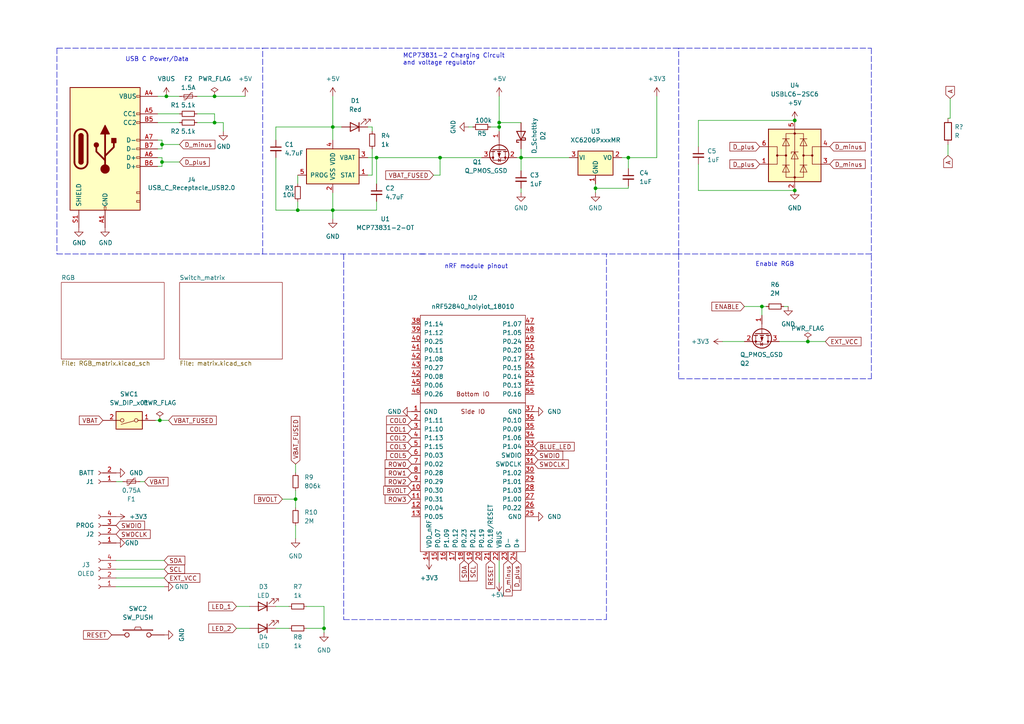
<source format=kicad_sch>
(kicad_sch (version 20211123) (generator eeschema)
  (paper "A4")
  (lib_symbols
    (symbol "Battery_Management:MCP73831-2-OT" (pin_names (offset 1.016))
      (property "Reference" "U" (at -7.62 6.35 0))
      (property "Value" "MCP73831-2-OT" (at 1.27 6.35 0))
      (symbol "MCP73831-2-OT_0_1"
        (rectangle (start -7.62 5.08) (end 7.62 -5.08) (stroke (width 0.254)) (fill (type background)))
      )
      (symbol "MCP73831-2-OT_1_1"
        (pin output line (at 10.16 -2.54 180) (length 2.54) (name "STAT") (number "1"))
        (pin power_in line (at 0 -7.62 90) (length 2.54) (name "VSS") (number "2"))
        (pin power_out line (at 10.16 2.54 180) (length 2.54) (name "VBAT") (number "3"))
        (pin power_in line (at 0 7.62 270) (length 2.54) (name "VDD") (number "4"))
        (pin input line (at -10.16 -2.54 0) (length 2.54) (name "PROG") (number "5"))
      )
    )
    (symbol "Connector:Conn_01x02_Female" (pin_names (offset 1.016) hide)
      (property "Reference" "J" (at 0 2.54 0))
      (property "Value" "Conn_01x02_Female" (at 0 -5.08 0))
      (symbol "Conn_01x02_Female_1_1"
        (arc (start 0 -2.032) (mid -0.508 -2.54) (end 0 -3.048) (stroke (width 0.1524)))
        (polyline (pts (xy -1.27 -2.54) (xy -0.508 -2.54)) (stroke (width 0.1524)))
        (polyline (pts (xy -1.27 0) (xy -0.508 0)) (stroke (width 0.1524)))
        (arc (start 0 0.508) (mid -0.508 0) (end 0 -0.508) (stroke (width 0.1524)))
        (pin passive line (at -5.08 0 0) (length 3.81) (name "Pin_1") (number "1"))
        (pin passive line (at -5.08 -2.54 0) (length 3.81) (name "Pin_2") (number "2"))
      )
    )
    (symbol "Connector:Conn_01x04_Female" (pin_names (offset 1.016) hide)
      (property "Reference" "J" (at 0 5.08 0))
      (property "Value" "Conn_01x04_Female" (at 0 -7.62 0))
      (symbol "Conn_01x04_Female_1_1"
        (arc (start 0 -4.572) (mid -0.508 -5.08) (end 0 -5.588) (stroke (width 0.1524)))
        (arc (start 0 -2.032) (mid -0.508 -2.54) (end 0 -3.048) (stroke (width 0.1524)))
        (polyline (pts (xy -1.27 -5.08) (xy -0.508 -5.08)) (stroke (width 0.1524)))
        (polyline (pts (xy -1.27 -2.54) (xy -0.508 -2.54)) (stroke (width 0.1524)))
        (polyline (pts (xy -1.27 0) (xy -0.508 0)) (stroke (width 0.1524)))
        (polyline (pts (xy -1.27 2.54) (xy -0.508 2.54)) (stroke (width 0.1524)))
        (arc (start 0 0.508) (mid -0.508 0) (end 0 -0.508) (stroke (width 0.1524)))
        (arc (start 0 3.048) (mid -0.508 2.54) (end 0 2.032) (stroke (width 0.1524)))
        (pin passive line (at -5.08 2.54 0) (length 3.81) (name "Pin_1") (number "1"))
        (pin passive line (at -5.08 0 0) (length 3.81) (name "Pin_2") (number "2"))
        (pin passive line (at -5.08 -2.54 0) (length 3.81) (name "Pin_3") (number "3"))
        (pin passive line (at -5.08 -5.08 0) (length 3.81) (name "Pin_4") (number "4"))
      )
    )
    (symbol "Device:C_Small" (pin_numbers hide) (pin_names (offset 0.254) hide)
      (property "Reference" "C" (at 0.254 1.778 0))
      (property "Value" "C_Small" (at 0.254 -2.032 0))
      (symbol "C_Small_0_1"
        (polyline (pts (xy -1.524 -0.508) (xy 1.524 -0.508)) (stroke (width 0.3302)))
        (polyline (pts (xy -1.524 0.508) (xy 1.524 0.508)) (stroke (width 0.3048)))
      )
      (symbol "C_Small_1_1"
        (pin passive line (at 0 2.54 270) (length 2.032) (name "~") (number "1"))
        (pin passive line (at 0 -2.54 90) (length 2.032) (name "~") (number "2"))
      )
    )
    (symbol "Device:D_Schottky" (pin_numbers hide) (pin_names (offset 1.016) hide)
      (property "Reference" "D" (at 0 2.54 0))
      (property "Value" "D_Schottky" (at 0 -2.54 0))
      (symbol "D_Schottky_0_1"
        (polyline (pts (xy 1.27 0) (xy -1.27 0)))
        (polyline (pts (xy 1.27 1.27) (xy 1.27 -1.27) (xy -1.27 0) (xy 1.27 1.27)) (stroke (width 0.254)))
        (polyline (pts (xy -1.905 0.635) (xy -1.905 1.27) (xy -1.27 1.27) (xy -1.27 -1.27) (xy -0.635 -1.27) (xy -0.635 -0.635)) (stroke (width 0.254)))
      )
      (symbol "D_Schottky_1_1"
        (pin passive line (at -3.81 0 0) (length 2.54) (name "K") (number "1"))
        (pin passive line (at 3.81 0 180) (length 2.54) (name "A") (number "2"))
      )
    )
    (symbol "Device:LED" (pin_numbers hide) (pin_names (offset 1.016) hide)
      (property "Reference" "D" (at 0 2.54 0))
      (property "Value" "LED" (at 0 -2.54 0))
      (symbol "LED_0_1"
        (polyline (pts (xy -1.27 -1.27) (xy -1.27 1.27)) (stroke (width 0.254)))
        (polyline (pts (xy -1.27 0) (xy 1.27 0)))
        (polyline (pts (xy 1.27 -1.27) (xy 1.27 1.27) (xy -1.27 0) (xy 1.27 -1.27)) (stroke (width 0.254)))
        (polyline (pts (xy -3.048 -0.762) (xy -4.572 -2.286) (xy -3.81 -2.286) (xy -4.572 -2.286) (xy -4.572 -1.524)))
        (polyline (pts (xy -1.778 -0.762) (xy -3.302 -2.286) (xy -2.54 -2.286) (xy -3.302 -2.286) (xy -3.302 -1.524)))
      )
      (symbol "LED_1_1"
        (pin passive line (at -3.81 0 0) (length 2.54) (name "K") (number "1"))
        (pin passive line (at 3.81 0 180) (length 2.54) (name "A") (number "2"))
      )
    )
    (symbol "Device:Polyfuse_Small" (pin_numbers hide) (pin_names (offset 0))
      (property "Reference" "F" (at -1.905 0 90))
      (property "Value" "Polyfuse_Small" (at 1.905 0 90))
      (symbol "Polyfuse_Small_0_1"
        (rectangle (start -0.508 1.27) (end 0.508 -1.27))
        (polyline (pts (xy 0 2.54) (xy 0 -2.54)))
        (polyline (pts (xy -1.016 1.27) (xy -1.016 0.762) (xy 1.016 -0.762) (xy 1.016 -1.27)))
      )
      (symbol "Polyfuse_Small_1_1"
        (pin passive line (at 0 2.54 270) (length 0.635) (name "~") (number "1"))
        (pin passive line (at 0 -2.54 90) (length 0.635) (name "~") (number "2"))
      )
    )
    (symbol "Device:Q_PMOS_GSD" (pin_names (offset 0) hide)
      (property "Reference" "Q" (at 5.08 1.27 0))
      (property "Value" "Q_PMOS_GSD" (at 5.08 -1.27 0))
      (symbol "Q_PMOS_GSD_0_1"
        (polyline (pts (xy 0.254 0) (xy -2.54 0)))
        (polyline (pts (xy 0.254 1.905) (xy 0.254 -1.905)) (stroke (width 0.254)))
        (polyline (pts (xy 0.762 -1.27) (xy 0.762 -2.286)) (stroke (width 0.254)))
        (polyline (pts (xy 0.762 0.508) (xy 0.762 -0.508)) (stroke (width 0.254)))
        (polyline (pts (xy 0.762 2.286) (xy 0.762 1.27)) (stroke (width 0.254)))
        (polyline (pts (xy 2.54 2.54) (xy 2.54 1.778)))
        (polyline (pts (xy 2.54 -2.54) (xy 2.54 0) (xy 0.762 0)))
        (polyline (pts (xy 0.762 1.778) (xy 3.302 1.778) (xy 3.302 -1.778) (xy 0.762 -1.778)))
        (polyline (pts (xy 2.286 0) (xy 1.27 0.381) (xy 1.27 -0.381) (xy 2.286 0)) (fill (type outline)))
        (polyline (pts (xy 2.794 -0.508) (xy 2.921 -0.381) (xy 3.683 -0.381) (xy 3.81 -0.254)))
        (polyline (pts (xy 3.302 -0.381) (xy 2.921 0.254) (xy 3.683 0.254) (xy 3.302 -0.381)))
        (circle (center 1.651 0) (radius 2.794) (stroke (width 0.254)))
        (circle (center 2.54 -1.778) (radius 0.254) (fill (type outline)))
        (circle (center 2.54 1.778) (radius 0.254) (fill (type outline)))
      )
      (symbol "Q_PMOS_GSD_1_1"
        (pin input line (at -5.08 0 0) (length 2.54) (name "G") (number "1"))
        (pin passive line (at 2.54 -5.08 90) (length 2.54) (name "S") (number "2"))
        (pin passive line (at 2.54 5.08 270) (length 2.54) (name "D") (number "3"))
      )
    )
    (symbol "Device:R" (pin_numbers hide) (pin_names (offset 0))
      (property "Reference" "R" (at 2.032 0 90))
      (property "Value" "R" (at 0 0 90))
      (symbol "R_0_1"
        (rectangle (start -1.016 -2.54) (end 1.016 2.54) (stroke (width 0.254)))
      )
      (symbol "R_1_1"
        (pin passive line (at 0 3.81 270) (length 1.27) (name "~") (number "1"))
        (pin passive line (at 0 -3.81 90) (length 1.27) (name "~") (number "2"))
      )
    )
    (symbol "Device:R_Small" (pin_numbers hide) (pin_names (offset 0.254) hide)
      (property "Reference" "R" (at 0.762 0.508 0))
      (property "Value" "R_Small" (at 0.762 -1.016 0))
      (symbol "R_Small_0_1"
        (rectangle (start -0.762 1.778) (end 0.762 -1.778) (stroke (width 0.2032)))
      )
      (symbol "R_Small_1_1"
        (pin passive line (at 0 2.54 270) (length 0.762) (name "~") (number "1"))
        (pin passive line (at 0 -2.54 90) (length 0.762) (name "~") (number "2"))
      )
    )
    (symbol "Power_Protection:USBLC6-2SC6" (pin_names hide)
      (property "Reference" "U" (at 2.54 8.89 0))
      (property "Value" "USBLC6-2SC6" (at 2.54 -8.89 0))
      (symbol "USBLC6-2SC6_0_1"
        (rectangle (start -7.62 -7.62) (end 7.62 7.62) (stroke (width 0.254)) (fill (type background)))
        (circle (center -5.08 0) (radius 0.254) (fill (type outline)))
        (circle (center -2.54 0) (radius 0.254) (fill (type outline)))
        (rectangle (start -2.54 6.35) (end 2.54 -6.35))
        (circle (center 0 -6.35) (radius 0.254) (fill (type outline)))
        (polyline (pts (xy -5.08 -2.54) (xy -7.62 -2.54)))
        (polyline (pts (xy -5.08 0) (xy -5.08 -2.54)))
        (polyline (pts (xy -5.08 2.54) (xy -7.62 2.54)))
        (polyline (pts (xy -1.524 -2.794) (xy -3.556 -2.794)))
        (polyline (pts (xy -1.524 4.826) (xy -3.556 4.826)))
        (polyline (pts (xy 0 -7.62) (xy 0 -6.35)))
        (polyline (pts (xy 0 -6.35) (xy 0 1.27)))
        (polyline (pts (xy 0 1.27) (xy 0 6.35)))
        (polyline (pts (xy 0 6.35) (xy 0 7.62)))
        (polyline (pts (xy 1.524 -2.794) (xy 3.556 -2.794)))
        (polyline (pts (xy 1.524 4.826) (xy 3.556 4.826)))
        (polyline (pts (xy 5.08 -2.54) (xy 7.62 -2.54)))
        (polyline (pts (xy 5.08 0) (xy 5.08 -2.54)))
        (polyline (pts (xy 5.08 2.54) (xy 7.62 2.54)))
        (polyline (pts (xy -2.54 0) (xy -5.08 0) (xy -5.08 2.54)))
        (polyline (pts (xy 2.54 0) (xy 5.08 0) (xy 5.08 2.54)))
        (polyline (pts (xy -3.556 -4.826) (xy -1.524 -4.826) (xy -2.54 -2.794) (xy -3.556 -4.826)))
        (polyline (pts (xy -3.556 2.794) (xy -1.524 2.794) (xy -2.54 4.826) (xy -3.556 2.794)))
        (polyline (pts (xy -1.016 -1.016) (xy 1.016 -1.016) (xy 0 1.016) (xy -1.016 -1.016)))
        (polyline (pts (xy 1.016 1.016) (xy 0.762 1.016) (xy -1.016 1.016) (xy -1.016 0.508)))
        (polyline (pts (xy 3.556 -4.826) (xy 1.524 -4.826) (xy 2.54 -2.794) (xy 3.556 -4.826)))
        (polyline (pts (xy 3.556 2.794) (xy 1.524 2.794) (xy 2.54 4.826) (xy 3.556 2.794)))
        (circle (center 0 6.35) (radius 0.254) (fill (type outline)))
        (circle (center 2.54 0) (radius 0.254) (fill (type outline)))
        (circle (center 5.08 0) (radius 0.254) (fill (type outline)))
      )
      (symbol "USBLC6-2SC6_1_1"
        (pin passive line (at -10.16 -2.54 0) (length 2.54) (name "I/O1") (number "1"))
        (pin passive line (at 0 -10.16 90) (length 2.54) (name "GND") (number "2"))
        (pin passive line (at 10.16 -2.54 180) (length 2.54) (name "I/O2") (number "3"))
        (pin passive line (at 10.16 2.54 180) (length 2.54) (name "I/O2") (number "4"))
        (pin passive line (at 0 10.16 270) (length 2.54) (name "VBUS") (number "5"))
        (pin passive line (at -10.16 2.54 0) (length 2.54) (name "I/O1") (number "6"))
      )
    )
    (symbol "Regulator_Linear:XC6206PxxxMR" (pin_names (offset 0.254))
      (property "Reference" "U" (at -3.81 3.175 0))
      (property "Value" "XC6206PxxxMR" (at 0 3.175 0))
      (symbol "XC6206PxxxMR_0_1"
        (rectangle (start -5.08 1.905) (end 5.08 -5.08) (stroke (width 0.254)) (fill (type background)))
      )
      (symbol "XC6206PxxxMR_1_1"
        (pin power_in line (at 0 -7.62 90) (length 2.54) (name "GND") (number "1"))
        (pin power_out line (at 7.62 0 180) (length 2.54) (name "VO") (number "2"))
        (pin power_in line (at -7.62 0 0) (length 2.54) (name "VI") (number "3"))
      )
    )
    (symbol "Switch:SW_DIP_x01" (pin_names (offset 0) hide)
      (property "Reference" "SW" (at 0 3.81 0))
      (property "Value" "SW_DIP_x01" (at 0 -3.81 0))
      (symbol "SW_DIP_x01_0_0"
        (circle (center -2.032 0) (radius 0.508))
        (polyline (pts (xy -1.524 0.127) (xy 2.3622 1.1684)))
        (circle (center 2.032 0) (radius 0.508))
      )
      (symbol "SW_DIP_x01_0_1"
        (rectangle (start -3.81 2.54) (end 3.81 -2.54) (stroke (width 0.254)) (fill (type background)))
      )
      (symbol "SW_DIP_x01_1_1"
        (pin passive line (at -7.62 0 0) (length 5.08) (name "~") (number "1"))
        (pin passive line (at 7.62 0 180) (length 5.08) (name "~") (number "2"))
      )
    )
    (symbol "keyboard_parts:SW_PUSH" (pin_numbers hide) (pin_names (offset 1.016) hide)
      (property "Reference" "SW" (at 3.81 2.794 0))
      (property "Value" "SW_PUSH" (at 0 -2.032 0))
      (symbol "SW_PUSH_0_1"
        (rectangle (start -4.318 1.27) (end 4.318 1.524))
        (polyline (pts (xy -1.016 1.524) (xy -0.762 2.286) (xy 0.762 2.286) (xy 1.016 1.524)))
        (pin passive inverted (at -7.62 0 0) (length 5.08) (name "1") (number "1"))
        (pin passive inverted (at 7.62 0 180) (length 5.08) (name "2") (number "2"))
      )
    )
    (symbol "kicad-keyboard-parts:nRF52840_holyiot_18010" (pin_names (offset 1.016))
      (property "Reference" "U" (at -2.54 39.37 0))
      (property "Value" "nRF52840_holyiot_18010" (at 0 36.83 0))
      (symbol "nRF52840_holyiot_18010_0_0"
        (rectangle (start -15.24 8.89) (end 15.24 -34.29))
        (rectangle (start -15.24 8.89) (end 15.24 34.29))
        (text "Bottom IO" (at 0 11.43 0) (effects (font (size 1.27 1.27))))
        (text "Side IO" (at 0 6.35 0) (effects (font (size 1.27 1.27))))
      )
      (symbol "nRF52840_holyiot_18010_1_1"
        (pin power_in line (at -17.78 6.35 0) (length 2.54) (name "GND") (number "1"))
        (pin bidirectional line (at -17.78 -16.51 0) (length 2.54) (name "P0.30") (number "10"))
        (pin bidirectional line (at -17.78 -19.05 0) (length 2.54) (name "P0.31") (number "11"))
        (pin bidirectional line (at -17.78 -21.59 0) (length 2.54) (name "P0.04") (number "12"))
        (pin bidirectional line (at -17.78 -24.13 0) (length 2.54) (name "P0.05") (number "13"))
        (pin power_in line (at -12.7 -36.83 90) (length 2.54) (name "VDD_nRF") (number "14"))
        (pin bidirectional line (at -10.16 -36.83 90) (length 2.54) (name "P0.07") (number "15"))
        (pin bidirectional line (at -7.62 -36.83 90) (length 2.54) (name "P1.09") (number "16"))
        (pin bidirectional line (at -5.08 -36.83 90) (length 2.54) (name "P0.12") (number "17"))
        (pin bidirectional line (at -2.54 -36.83 90) (length 2.54) (name "P0.23") (number "18"))
        (pin bidirectional line (at 0 -36.83 90) (length 2.54) (name "P0.21") (number "19"))
        (pin bidirectional line (at -17.78 3.81 0) (length 2.54) (name "P1.11") (number "2"))
        (pin bidirectional line (at 2.54 -36.83 90) (length 2.54) (name "P0.19") (number "20"))
        (pin input line (at 5.08 -36.83 90) (length 2.54) (name "P0.18/RESET") (number "21"))
        (pin power_in line (at 7.62 -36.83 90) (length 2.54) (name "VBUS") (number "22"))
        (pin bidirectional line (at 10.16 -36.83 90) (length 2.54) (name "D-") (number "23"))
        (pin bidirectional line (at 12.7 -36.83 90) (length 2.54) (name "D+") (number "24"))
        (pin power_in line (at 17.78 -24.13 180) (length 2.54) (name "GND") (number "25"))
        (pin bidirectional line (at 17.78 -21.59 180) (length 2.54) (name "P0.22") (number "26"))
        (pin bidirectional line (at 17.78 -19.05 180) (length 2.54) (name "P1.00") (number "27"))
        (pin bidirectional line (at 17.78 -16.51 180) (length 2.54) (name "P1.03") (number "28"))
        (pin bidirectional line (at 17.78 -13.97 180) (length 2.54) (name "P1.01") (number "29"))
        (pin bidirectional line (at -17.78 1.27 0) (length 2.54) (name "P1.10") (number "3"))
        (pin bidirectional line (at 17.78 -11.43 180) (length 2.54) (name "P1.02") (number "30"))
        (pin bidirectional line (at 17.78 -8.89 180) (length 2.54) (name "SWDCLK") (number "31"))
        (pin bidirectional line (at 17.78 -6.35 180) (length 2.54) (name "SWDIO") (number "32"))
        (pin bidirectional line (at 17.78 -3.81 180) (length 2.54) (name "P1.04") (number "33"))
        (pin bidirectional line (at 17.78 -1.27 180) (length 2.54) (name "P1.06") (number "34"))
        (pin bidirectional line (at 17.78 1.27 180) (length 2.54) (name "P0.09") (number "35"))
        (pin bidirectional line (at 17.78 3.81 180) (length 2.54) (name "P0.10") (number "36"))
        (pin power_in line (at 17.78 6.35 180) (length 2.54) (name "GND") (number "37"))
        (pin bidirectional line (at -17.78 31.75 0) (length 2.54) (name "P1.14") (number "38"))
        (pin bidirectional line (at -17.78 29.21 0) (length 2.54) (name "P1.12") (number "39"))
        (pin bidirectional line (at -17.78 -1.27 0) (length 2.54) (name "P1.13") (number "4"))
        (pin bidirectional line (at -17.78 26.67 0) (length 2.54) (name "P0.25") (number "40"))
        (pin bidirectional line (at -17.78 24.13 0) (length 2.54) (name "P0.11") (number "41"))
        (pin bidirectional line (at -17.78 16.51 0) (length 2.54) (name "P0.08") (number "42"))
        (pin bidirectional line (at -17.78 21.59 0) (length 2.54) (name "P1.08") (number "42"))
        (pin bidirectional line (at -17.78 19.05 0) (length 2.54) (name "P0.27") (number "43"))
        (pin bidirectional line (at -17.78 13.97 0) (length 2.54) (name "P0.06") (number "45"))
        (pin bidirectional line (at -17.78 11.43 0) (length 2.54) (name "P0.26") (number "46"))
        (pin bidirectional line (at 17.78 31.75 180) (length 2.54) (name "P1.07") (number "47"))
        (pin bidirectional line (at 17.78 29.21 180) (length 2.54) (name "P1.05") (number "48"))
        (pin bidirectional line (at 17.78 26.67 180) (length 2.54) (name "P0.24") (number "49"))
        (pin bidirectional line (at -17.78 -3.81 0) (length 2.54) (name "P1.15") (number "5"))
        (pin bidirectional line (at 17.78 24.13 180) (length 2.54) (name "P0.20") (number "50"))
        (pin bidirectional line (at 17.78 21.59 180) (length 2.54) (name "P0.17") (number "51"))
        (pin bidirectional line (at 17.78 19.05 180) (length 2.54) (name "P0.15") (number "52"))
        (pin bidirectional line (at 17.78 16.51 180) (length 2.54) (name "P0.14") (number "53"))
        (pin bidirectional line (at 17.78 13.97 180) (length 2.54) (name "P0.13") (number "54"))
        (pin bidirectional line (at 17.78 11.43 180) (length 2.54) (name "P0.16") (number "55"))
        (pin bidirectional line (at -17.78 -6.35 0) (length 2.54) (name "P0.03") (number "6"))
        (pin bidirectional line (at -17.78 -8.89 0) (length 2.54) (name "P0.02") (number "7"))
        (pin bidirectional line (at -17.78 -11.43 0) (length 2.54) (name "P0.28") (number "8"))
        (pin bidirectional line (at -17.78 -13.97 0) (length 2.54) (name "P0.29") (number "9"))
      )
    )
    (symbol "nightwing-rescue:GND-power-monarch-rescue-butterfly-rescue" (power) (pin_names (offset 0))
      (property "Value" "GND-power-monarch-rescue-butterfly-rescue" (at 0 -3.81 0))
      (symbol "GND-power-monarch-rescue-butterfly-rescue_0_1"
        (polyline (pts (xy 0 0) (xy 0 -1.27) (xy 1.27 -1.27) (xy 0 -2.54) (xy -1.27 -1.27) (xy 0 -1.27)))
      )
      (symbol "GND-power-monarch-rescue-butterfly-rescue_1_1"
        (pin power_in line (at 0 0 270) (length 0) hide (name "GND") (number "1"))
      )
    )
    (symbol "nightwing-rescue:HRO-TYPE-C-31-M-12-HandSoldering-NoSBU-reversible-kicad-symbols" (pin_names (offset 1.016))
      (property "Reference" "J" (at -10.16 19.05 0))
      (property "Value" "HRO-TYPE-C-31-M-12-HandSoldering-NoSBU-reversible-kicad-symbols" (at 19.05 19.05 0))
      (symbol "HRO-TYPE-C-31-M-12-HandSoldering-NoSBU-reversible-kicad-symbols_0_0"
        (rectangle (start -0.254 -17.78) (end 0.254 -16.764))
        (rectangle (start 10.16 -14.986) (end 9.144 -15.494))
        (rectangle (start 10.16 -12.446) (end 9.144 -12.954))
        (rectangle (start 10.16 -4.826) (end 9.144 -5.334))
        (rectangle (start 10.16 -2.286) (end 9.144 -2.794))
        (rectangle (start 10.16 0.254) (end 9.144 -0.254))
        (rectangle (start 10.16 2.794) (end 9.144 2.286))
        (rectangle (start 10.16 7.874) (end 9.144 7.366))
        (rectangle (start 10.16 10.414) (end 9.144 9.906))
        (rectangle (start 10.16 15.494) (end 9.144 14.986))
      )
      (symbol "HRO-TYPE-C-31-M-12-HandSoldering-NoSBU-reversible-kicad-symbols_0_1"
        (rectangle (start -10.16 17.78) (end 10.16 -17.78) (stroke (width 0.254)) (fill (type background)))
        (arc (start -8.89 -3.81) (mid -6.985 -5.715) (end -5.08 -3.81) (stroke (width 0.508)))
        (arc (start -7.62 -3.81) (mid -6.985 -4.445) (end -6.35 -3.81) (stroke (width 0.254)))
        (arc (start -7.62 -3.81) (mid -6.985 -4.445) (end -6.35 -3.81) (stroke (width 0.254)) (fill (type outline)))
        (rectangle (start -7.62 -3.81) (end -6.35 3.81) (stroke (width 0.254)) (fill (type outline)))
        (arc (start -6.35 3.81) (mid -6.985 4.445) (end -7.62 3.81) (stroke (width 0.254)))
        (arc (start -6.35 3.81) (mid -6.985 4.445) (end -7.62 3.81) (stroke (width 0.254)) (fill (type outline)))
        (arc (start -5.08 3.81) (mid -6.985 5.715) (end -8.89 3.81) (stroke (width 0.508)))
        (circle (center -2.54 1.143) (radius 0.635) (stroke (width 0.254)) (fill (type outline)))
        (circle (center 0 -5.842) (radius 1.27) (fill (type outline)))
        (polyline (pts (xy -8.89 -3.81) (xy -8.89 3.81)) (stroke (width 0.508)))
        (polyline (pts (xy -5.08 3.81) (xy -5.08 -3.81)) (stroke (width 0.508)))
        (polyline (pts (xy 0 -5.842) (xy 0 4.318)) (stroke (width 0.508)))
        (polyline (pts (xy 0 -3.302) (xy -2.54 -0.762) (xy -2.54 0.508)) (stroke (width 0.508)))
        (polyline (pts (xy 0 -2.032) (xy 2.54 0.508) (xy 2.54 1.778)) (stroke (width 0.508)))
        (polyline (pts (xy -1.27 4.318) (xy 0 6.858) (xy 1.27 4.318) (xy -1.27 4.318)) (stroke (width 0.254)) (fill (type outline)))
        (rectangle (start 1.905 1.778) (end 3.175 3.048) (stroke (width 0.254)) (fill (type outline)))
      )
      (symbol "HRO-TYPE-C-31-M-12-HandSoldering-NoSBU-reversible-kicad-symbols_1_1"
        (pin power_in line (at 0 -22.86 90) (length 5.08) (name "GND") (number "A1"))
        (pin power_in line (at 15.24 15.24 180) (length 5.08) (name "VBUS") (number "A4"))
        (pin bidirectional line (at 15.24 10.16 180) (length 5.08) (name "CC1") (number "A5"))
        (pin bidirectional line (at 15.24 -2.54 180) (length 5.08) (name "D+") (number "A6"))
        (pin bidirectional line (at 15.24 2.54 180) (length 5.08) (name "D-") (number "A7"))
        (pin passive line (at 0 -22.86 90) (length 5.08) hide (name "GND") (number "B1"))
        (pin passive line (at 15.24 15.24 180) (length 5.08) hide (name "VBUS") (number "B4"))
        (pin bidirectional line (at 15.24 7.62 180) (length 5.08) (name "CC2") (number "B5"))
        (pin bidirectional line (at 15.24 -5.08 180) (length 5.08) (name "D+") (number "B6"))
        (pin bidirectional line (at 15.24 0 180) (length 5.08) (name "D-") (number "B7"))
        (pin passive line (at -7.62 -22.86 90) (length 5.08) (name "SHIELD") (number "S1"))
      )
    )
    (symbol "power:+3.3V" (power) (pin_names (offset 0))
      (property "Value" "+3.3V" (at 0 3.556 0))
      (symbol "+3.3V_0_1"
        (polyline (pts (xy -0.762 1.27) (xy 0 2.54)))
        (polyline (pts (xy 0 0) (xy 0 2.54)))
        (polyline (pts (xy 0 2.54) (xy 0.762 1.27)))
      )
      (symbol "+3.3V_1_1"
        (pin power_in line (at 0 0 90) (length 0) hide (name "+3V3") (number "1"))
      )
    )
    (symbol "power:+3V3" (power) (pin_names (offset 0))
      (property "Value" "+3V3" (at 0 3.556 0))
      (symbol "+3V3_0_1"
        (polyline (pts (xy -0.762 1.27) (xy 0 2.54)))
        (polyline (pts (xy 0 0) (xy 0 2.54)))
        (polyline (pts (xy 0 2.54) (xy 0.762 1.27)))
      )
      (symbol "+3V3_1_1"
        (pin power_in line (at 0 0 90) (length 0) hide (name "+3V3") (number "1"))
      )
    )
    (symbol "power:+5V" (power) (pin_names (offset 0))
      (property "Value" "+5V" (at 0 3.556 0))
      (symbol "+5V_0_1"
        (polyline (pts (xy -0.762 1.27) (xy 0 2.54)))
        (polyline (pts (xy 0 0) (xy 0 2.54)))
        (polyline (pts (xy 0 2.54) (xy 0.762 1.27)))
      )
      (symbol "+5V_1_1"
        (pin power_in line (at 0 0 90) (length 0) hide (name "+5V") (number "1"))
      )
    )
    (symbol "power:GND" (power) (pin_names (offset 0))
      (property "Value" "GND" (at 0 -3.81 0))
      (symbol "GND_0_1"
        (polyline (pts (xy 0 0) (xy 0 -1.27) (xy 1.27 -1.27) (xy 0 -2.54) (xy -1.27 -1.27) (xy 0 -1.27)))
      )
      (symbol "GND_1_1"
        (pin power_in line (at 0 0 270) (length 0) hide (name "GND") (number "1"))
      )
    )
    (symbol "power:PWR_FLAG" (power) (pin_numbers hide) (pin_names (offset 0) hide)
      (property "Value" "PWR_FLAG" (at 0 3.81 0))
      (symbol "PWR_FLAG_0_0"
        (pin power_out line (at 0 0 90) (length 0) (name "pwr") (number "1"))
      )
      (symbol "PWR_FLAG_0_1"
        (polyline (pts (xy 0 0) (xy 0 1.27) (xy -1.016 1.905) (xy 0 2.54) (xy 1.016 1.905) (xy 0 1.27)))
      )
    )
    (symbol "power:VBUS" (power) (pin_names (offset 0))
      (property "Value" "VBUS" (at 0 3.81 0))
      (symbol "VBUS_0_1"
        (polyline (pts (xy -0.762 1.27) (xy 0 2.54)))
        (polyline (pts (xy 0 0) (xy 0 2.54)))
        (polyline (pts (xy 0 2.54) (xy 0.762 1.27)))
      )
      (symbol "VBUS_1_1"
        (pin power_in line (at 0 0 90) (length 0) hide (name "VBUS") (number "1"))
      )
    )
  )
  (junction (at 230.505 55.245) (diameter 0.9144))
  (junction (at 96.52 60.96) (diameter 0.9144))
  (junction (at 46.355 121.92) (diameter 0.9144))
  (junction (at 85.725 144.78) (diameter 0.9144))
  (junction (at 234.315 99.06) (diameter 0.9144))
  (junction (at 62.23 35.56) (diameter 0.9144))
  (junction (at 48.26 27.94) (diameter 0.9144))
  (junction (at 230.505 34.925) (diameter 0.9144))
  (junction (at 86.36 60.96) (diameter 0.9144))
  (junction (at 109.22 45.72) (diameter 0.9144))
  (junction (at 93.98 182.245) (diameter 0.9144))
  (junction (at 144.78 36.83) (diameter 0.9144))
  (junction (at 172.72 54.61) (diameter 0.9144))
  (junction (at 46.99 46.99) (diameter 0.9144))
  (junction (at 220.98 88.9) (diameter 0.9144))
  (junction (at 46.99 41.91) (diameter 0.9144))
  (junction (at 151.13 45.72) (diameter 0.9144))
  (junction (at 127.635 45.72) (diameter 0.9144))
  (junction (at 62.23 27.94) (diameter 0.9144))
  (junction (at 96.52 36.83) (diameter 0.9144))
  (junction (at 182.245 45.72) (diameter 0.9144))
  (junction (at 144.78 35.56) (diameter 0.9144))
  (wire (pts (xy 57.15 27.94) (xy 62.23 27.94)))
  (wire (pts (xy 45.72 27.94) (xy 48.26 27.94)))
  (wire (pts (xy 80.01 45.72) (xy 80.01 60.96)))
  (wire (pts (xy 80.01 60.96) (xy 86.36 60.96)))
  (wire (pts (xy 64.77 38.1) (xy 64.77 35.56)))
  (wire (pts (xy 46.99 43.18) (xy 45.72 43.18)))
  (wire (pts (xy 33.655 162.56) (xy 47.625 162.56)))
  (wire (pts (xy 125.73 50.8) (xy 127.635 50.8)))
  (wire (pts (xy 144.78 27.94) (xy 144.78 35.56)))
  (wire (pts (xy 144.78 35.56) (xy 144.78 36.83)))
  (wire (pts (xy 144.78 36.83) (xy 144.78 38.1)))
  (wire (pts (xy 151.13 49.53) (xy 151.13 45.72)))
  (wire (pts (xy 80.01 175.895) (xy 83.82 175.895)))
  (wire (pts (xy 96.52 60.96) (xy 96.52 63.5)))
  (wire (pts (xy 80.01 36.83) (xy 96.52 36.83)))
  (wire (pts (xy 96.52 27.94) (xy 96.52 36.83)))
  (wire (pts (xy 96.52 36.83) (xy 96.52 40.64)))
  (wire (pts (xy 62.23 33.02) (xy 62.23 35.56)))
  (wire (pts (xy 151.13 43.18) (xy 151.13 45.72)))
  (wire (pts (xy 137.16 36.83) (xy 135.89 36.83)))
  (wire (pts (xy 46.99 46.99) (xy 46.99 48.26)))
  (polyline (pts (xy 196.85 73.66) (xy 196.85 109.855)) (stroke (width 0) (type dash)))
  (polyline (pts (xy 196.85 109.855) (xy 252.73 109.855)) (stroke (width 0) (type dash)))
  (polyline (pts (xy 252.73 109.855) (xy 252.73 73.66)) (stroke (width 0) (type dash)))
  (wire (pts (xy 274.955 41.91) (xy 274.955 45.085)))
  (wire (pts (xy 35.56 139.7) (xy 33.655 139.7)))
  (wire (pts (xy 85.725 134.62) (xy 85.725 137.16)))
  (wire (pts (xy 106.68 45.72) (xy 109.22 45.72)))
  (wire (pts (xy 45.72 35.56) (xy 52.07 35.56)))
  (wire (pts (xy 33.655 170.18) (xy 47.625 170.18)))
  (wire (pts (xy 182.245 45.72) (xy 182.245 48.895)))
  (wire (pts (xy 109.22 45.72) (xy 109.22 53.34)))
  (wire (pts (xy 239.395 99.06) (xy 234.315 99.06)))
  (wire (pts (xy 209.55 99.06) (xy 215.9 99.06)))
  (wire (pts (xy 46.99 40.64) (xy 46.99 41.91)))
  (wire (pts (xy 106.68 36.83) (xy 107.95 36.83)))
  (wire (pts (xy 107.95 36.83) (xy 107.95 38.1)))
  (wire (pts (xy 68.58 182.245) (xy 72.39 182.245)))
  (wire (pts (xy 215.9 88.9) (xy 220.98 88.9)))
  (wire (pts (xy 46.99 41.91) (xy 46.99 43.18)))
  (wire (pts (xy 80.01 182.245) (xy 83.82 182.245)))
  (wire (pts (xy 142.24 36.83) (xy 144.78 36.83)))
  (wire (pts (xy 96.52 55.88) (xy 96.52 60.96)))
  (wire (pts (xy 202.565 34.925) (xy 230.505 34.925)))
  (wire (pts (xy 202.565 42.545) (xy 202.565 34.925)))
  (wire (pts (xy 151.13 54.61) (xy 151.13 55.88)))
  (wire (pts (xy 46.99 45.72) (xy 46.99 46.99)))
  (polyline (pts (xy 99.695 73.66) (xy 99.695 179.705)) (stroke (width 0) (type dash)))
  (polyline (pts (xy 99.695 179.705) (xy 175.895 179.705)) (stroke (width 0) (type dash)))
  (polyline (pts (xy 175.895 179.705) (xy 175.895 73.66)) (stroke (width 0) (type dash)))
  (polyline (pts (xy 16.51 13.97) (xy 16.51 73.66)) (stroke (width 0) (type dash)))
  (polyline (pts (xy 16.51 13.97) (xy 76.2 13.97)) (stroke (width 0) (type dash)))
  (polyline (pts (xy 16.51 73.66) (xy 76.2 73.66)) (stroke (width 0) (type dash)))
  (polyline (pts (xy 76.2 73.66) (xy 76.2 13.97)) (stroke (width 0) (type dash)))
  (wire (pts (xy 226.06 99.06) (xy 234.315 99.06)))
  (wire (pts (xy 151.13 35.56) (xy 144.78 35.56)))
  (wire (pts (xy 86.36 50.8) (xy 86.36 53.34)))
  (wire (pts (xy 85.725 152.4) (xy 85.725 156.21)))
  (wire (pts (xy 86.36 60.96) (xy 96.52 60.96)))
  (wire (pts (xy 62.23 27.94) (xy 71.12 27.94)))
  (wire (pts (xy 57.15 35.56) (xy 62.23 35.56)))
  (wire (pts (xy 182.245 45.72) (xy 180.34 45.72)))
  (wire (pts (xy 190.5 45.72) (xy 182.245 45.72)))
  (wire (pts (xy 45.72 48.26) (xy 46.99 48.26)))
  (wire (pts (xy 46.99 41.91) (xy 52.07 41.91)))
  (wire (pts (xy 220.98 91.44) (xy 220.98 88.9)))
  (wire (pts (xy 45.72 45.72) (xy 46.99 45.72)))
  (wire (pts (xy 46.99 46.99) (xy 52.07 46.99)))
  (wire (pts (xy 88.9 182.245) (xy 93.98 182.245)))
  (wire (pts (xy 93.98 175.895) (xy 93.98 182.245)))
  (wire (pts (xy 88.9 175.895) (xy 93.98 175.895)))
  (wire (pts (xy 228.6 88.9) (xy 227.33 88.9)))
  (wire (pts (xy 127.635 50.8) (xy 127.635 45.72)))
  (wire (pts (xy 109.22 58.42) (xy 109.22 60.96)))
  (wire (pts (xy 109.22 60.96) (xy 96.52 60.96)))
  (wire (pts (xy 275.59 28.575) (xy 275.59 34.29)))
  (polyline (pts (xy 76.2 13.97) (xy 123.19 13.97)) (stroke (width 0) (type dash)))
  (polyline (pts (xy 123.19 73.66) (xy 76.2 73.66)) (stroke (width 0) (type dash)))
  (wire (pts (xy 48.26 27.94) (xy 52.07 27.94)))
  (wire (pts (xy 107.95 43.18) (xy 107.95 50.8)))
  (wire (pts (xy 107.95 50.8) (xy 106.68 50.8)))
  (wire (pts (xy 202.565 47.625) (xy 202.565 55.245)))
  (wire (pts (xy 202.565 55.245) (xy 230.505 55.245)))
  (wire (pts (xy 85.725 144.78) (xy 85.725 147.32)))
  (wire (pts (xy 85.725 142.24) (xy 85.725 144.78)))
  (wire (pts (xy 85.725 144.78) (xy 81.915 144.78)))
  (wire (pts (xy 172.72 53.34) (xy 172.72 54.61)))
  (wire (pts (xy 172.72 54.61) (xy 172.72 55.88)))
  (polyline (pts (xy 196.85 13.97) (xy 252.73 13.97)) (stroke (width 0) (type dash)))
  (polyline (pts (xy 252.73 13.97) (xy 252.73 73.66)) (stroke (width 0) (type dash)))
  (polyline (pts (xy 252.73 73.66) (xy 196.85 73.66)) (stroke (width 0) (type dash)))
  (wire (pts (xy 33.655 167.64) (xy 47.625 167.64)))
  (wire (pts (xy 275.59 34.29) (xy 274.955 34.29)))
  (wire (pts (xy 62.23 35.56) (xy 64.77 35.56)))
  (wire (pts (xy 93.98 182.245) (xy 93.98 183.515)))
  (wire (pts (xy 68.58 175.895) (xy 72.39 175.895)))
  (wire (pts (xy 45.72 40.64) (xy 46.99 40.64)))
  (polyline (pts (xy 121.92 73.66) (xy 196.85 73.66)) (stroke (width 0) (type dash)))
  (polyline (pts (xy 196.85 13.97) (xy 123.19 13.97)) (stroke (width 0) (type dash)))
  (polyline (pts (xy 196.85 73.66) (xy 196.85 13.97)) (stroke (width 0) (type dash)))
  (wire (pts (xy 80.01 36.83) (xy 80.01 40.64)))
  (wire (pts (xy 57.15 33.02) (xy 62.23 33.02)))
  (wire (pts (xy 109.22 45.72) (xy 127.635 45.72)))
  (wire (pts (xy 127.635 45.72) (xy 139.7 45.72)))
  (wire (pts (xy 182.245 53.975) (xy 182.245 54.61)))
  (wire (pts (xy 182.245 54.61) (xy 172.72 54.61)))
  (wire (pts (xy 190.5 27.94) (xy 190.5 45.72)))
  (wire (pts (xy 45.72 33.02) (xy 52.07 33.02)))
  (wire (pts (xy 33.655 165.1) (xy 47.625 165.1)))
  (wire (pts (xy 149.86 45.72) (xy 151.13 45.72)))
  (wire (pts (xy 151.13 45.72) (xy 165.1 45.72)))
  (wire (pts (xy 144.78 162.56) (xy 144.78 168.91)))
  (wire (pts (xy 222.25 88.9) (xy 220.98 88.9)))
  (wire (pts (xy 96.52 36.83) (xy 99.06 36.83)))
  (wire (pts (xy 86.36 58.42) (xy 86.36 60.96)))
  (wire (pts (xy 40.64 139.7) (xy 41.91 139.7)))
  (wire (pts (xy 45.085 121.92) (xy 46.355 121.92)))
  (wire (pts (xy 46.355 121.92) (xy 48.895 121.92)))
  (text "Enable RGB\n" (at 219.075 77.47 0) (effects (font (size 1.27 1.27)) (justify left bottom)))
  (text "MCP73831-2 Charging Circuit\nand voltage regulator\n" (at 116.84 19.05 0) (effects (font (size 1.27 1.27)) (justify left bottom)))
  (text "USB C Power/Data" (at 36.322 18.034 0) (effects (font (size 1.27 1.27)) (justify left bottom)))
  (text "nRF module pinout\n" (at 128.905 78.105 0) (effects (font (size 1.27 1.27)) (justify left bottom)))
  (global_label "SDA" (shape input) (at 47.625 162.56 0) (property "Intersheet References" "${INTERSHEET_REFS}" (effects hide)))
  (global_label "VBAT_FUSED" (shape input) (at 125.73 50.8 180) (property "Intersheet References" "${INTERSHEET_REFS}" (effects hide)))
  (global_label "D_minus" (shape input) (at 52.07 41.91 0) (property "Intersheet References" "${INTERSHEET_REFS}" (effects hide)))
  (global_label "COL5" (shape input) (at 119.38 132.08 180) (property "Intersheet References" "${INTERSHEET_REFS}" (effects hide)))
  (global_label "D_plus" (shape input) (at 52.07 46.99 0) (property "Intersheet References" "${INTERSHEET_REFS}" (effects hide)))
  (global_label "ROW3" (shape input) (at 119.38 144.78 180) (property "Intersheet References" "${INTERSHEET_REFS}" (effects hide)))
  (global_label "EXT_VCC" (shape input) (at 239.395 99.06 0) (property "Intersheet References" "${INTERSHEET_REFS}" (effects hide)))
  (global_label "BVOLT" (shape input) (at 81.915 144.78 180) (property "Intersheet References" "${INTERSHEET_REFS}" (effects hide)))
  (global_label "D_plus" (shape input) (at 220.345 42.545 180) (property "Intersheet References" "${INTERSHEET_REFS}" (effects hide)))
  (global_label "D_plus" (shape input) (at 220.345 47.625 180) (property "Intersheet References" "${INTERSHEET_REFS}" (effects hide)))
  (global_label "COL3" (shape input) (at 119.38 129.54 180) (property "Intersheet References" "${INTERSHEET_REFS}" (effects hide)))
  (global_label "SCL" (shape input) (at 137.16 162.56 270) (property "Intersheet References" "${INTERSHEET_REFS}" (effects hide)))
  (global_label "RESET" (shape input) (at 142.24 162.56 270) (property "Intersheet References" "${INTERSHEET_REFS}" (effects hide)))
  (global_label "ROW1" (shape input) (at 119.38 137.16 180) (property "Intersheet References" "${INTERSHEET_REFS}" (effects hide)))
  (global_label "ENABLE" (shape input) (at 215.9 88.9 180) (property "Intersheet References" "${INTERSHEET_REFS}" (effects hide)))
  (global_label "VBAT" (shape input) (at 29.845 121.92 180) (property "Intersheet References" "${INTERSHEET_REFS}" (effects hide)))
  (global_label "VBAT_FUSED" (shape input) (at 48.895 121.92 0) (property "Intersheet References" "${INTERSHEET_REFS}" (effects hide)))
  (global_label "A" (shape input) (at 274.955 45.085 270) (property "Intersheet References" "${INTERSHEET_REFS}" (effects hide)))
  (global_label "SWDIO" (shape input) (at 33.655 152.4 0) (property "Intersheet References" "${INTERSHEET_REFS}" (effects hide)))
  (global_label "COL1" (shape input) (at 119.38 124.46 180) (property "Intersheet References" "${INTERSHEET_REFS}" (effects hide)))
  (global_label "ROW0" (shape input) (at 119.38 134.62 180) (property "Intersheet References" "${INTERSHEET_REFS}" (effects hide)))
  (global_label "EXT_VCC" (shape input) (at 47.625 167.64 0) (property "Intersheet References" "${INTERSHEET_REFS}" (effects hide)))
  (global_label "VBAT_FUSED" (shape input) (at 85.725 134.62 90) (property "Intersheet References" "${INTERSHEET_REFS}" (effects hide)))
  (global_label "D_plus" (shape input) (at 149.86 162.56 270) (property "Intersheet References" "${INTERSHEET_REFS}" (effects hide)))
  (global_label "LED_1" (shape input) (at 68.58 175.895 180) (property "Intersheet References" "${INTERSHEET_REFS}" (effects hide)))
  (global_label "VBAT" (shape input) (at 41.91 139.7 0) (property "Intersheet References" "${INTERSHEET_REFS}" (effects hide)))
  (global_label "D_minus" (shape input) (at 240.665 42.545 0) (property "Intersheet References" "${INTERSHEET_REFS}" (effects hide)))
  (global_label "BVOLT" (shape input) (at 119.38 142.24 180) (property "Intersheet References" "${INTERSHEET_REFS}" (effects hide)))
  (global_label "D_minus" (shape input) (at 147.32 162.56 270) (property "Intersheet References" "${INTERSHEET_REFS}" (effects hide)))
  (global_label "LED_2" (shape input) (at 68.58 182.245 180) (property "Intersheet References" "${INTERSHEET_REFS}" (effects hide)))
  (global_label "SDA" (shape input) (at 134.62 162.56 270) (property "Intersheet References" "${INTERSHEET_REFS}" (effects hide)))
  (global_label "RESET" (shape input) (at 32.385 184.15 180) (property "Intersheet References" "${INTERSHEET_REFS}" (effects hide)))
  (global_label "A" (shape input) (at 275.59 28.575 90) (property "Intersheet References" "${INTERSHEET_REFS}" (effects hide)))
  (global_label "D_minus" (shape input) (at 240.665 47.625 0) (property "Intersheet References" "${INTERSHEET_REFS}" (effects hide)))
  (global_label "BLUE_LED" (shape input) (at 154.94 129.54 0) (property "Intersheet References" "${INTERSHEET_REFS}" (effects hide)))
  (global_label "SWDCLK" (shape input) (at 33.655 154.94 0) (property "Intersheet References" "${INTERSHEET_REFS}" (effects hide)))
  (global_label "ROW2" (shape input) (at 119.38 139.7 180) (property "Intersheet References" "${INTERSHEET_REFS}" (effects hide)))
  (global_label "COL0" (shape input) (at 119.38 121.92 180) (property "Intersheet References" "${INTERSHEET_REFS}" (effects hide)))
  (global_label "COL2" (shape input) (at 119.38 127 180) (property "Intersheet References" "${INTERSHEET_REFS}" (effects hide)))
  (global_label "SWDCLK" (shape input) (at 154.94 134.62 0) (property "Intersheet References" "${INTERSHEET_REFS}" (effects hide)))
  (global_label "SCL" (shape input) (at 47.625 165.1 0) (property "Intersheet References" "${INTERSHEET_REFS}" (effects hide)))
  (global_label "SWDIO" (shape input) (at 154.94 132.08 0) (property "Intersheet References" "${INTERSHEET_REFS}" (effects hide)))
  (symbol (lib_id "power:GND") (at 96.52 63.5 0) (unit 1)
    (property "Reference" "#PWR014" (effects hide))
    (property "Value" "GND" (at 96.52 68.58 0))
  )
  (symbol (lib_id "Device:R_Small") (at 54.61 35.56 90) (unit 1)
    (property "Reference" "R2" (at 50.8 38.1 90))
    (property "Value" "5.1k" (at 54.61 38.1 90))
    (property "Footprint" "reversible-kicad-footprints:R-0805_2012Metric" (effects hide))
  )
  (symbol (lib_id "Device:C_Small") (at 202.565 45.085 0) (unit 1)
    (property "Reference" "C5" (at 205.105 43.8149 0) (effects (justify left)))
    (property "Value" "1uF" (at 205.105 46.3549 0) (effects (justify left)))
    (property "Footprint" "reversible-kicad-footprints:C-0805_2012Metric" (effects hide))
  )
  (symbol (lib_id "Device:Polyfuse_Small") (at 38.1 139.7 270) (unit 1)
    (property "Reference" "F1" (at 38.1 144.78 90))
    (property "Value" "0.75A" (at 38.1 142.24 90))
    (property "Footprint" "reversible-kicad-footprints:Fuse_1206_3216Metric" (effects hide))
  )
  (symbol (lib_id "Connector:Conn_01x02_Female") (at 28.575 139.7 180) (unit 1)
    (property "Reference" "J1" (at 27.305 139.7001 0) (effects (justify left)))
    (property "Value" "BATT" (at 27.305 137.1601 0) (effects (justify left)))
    (property "Footprint" "Connector_JST:JST_EH_B2B-EH-A_1x02_P2.50mm_Vertical" (effects hide))
  )
  (symbol (lib_id "Battery_Management:MCP73831-2-OT") (at 96.52 48.26 0) (unit 1)
    (property "Reference" "U1" (at 111.76 63.5 0))
    (property "Value" "MCP73831-2-OT" (at 111.76 66.04 0))
    (property "Footprint" "reversible-kicad-footprints:SOT-23-5" (effects hide))
    (property "Datasheet" "http://ww1.microchip.com/downloads/en/DeviceDoc/20001984g.pdf" (effects hide))
  )
  (symbol (lib_id "nightwing-rescue:HRO-TYPE-C-31-M-12-HandSoldering-NoSBU-reversible-kicad-symbols") (at 30.48 43.18 0) (unit 1)
    (property "Reference" "J4" (at 55.5498 52.1462 0))
    (property "Value" "USB_C_Receptacle_USB2.0" (at 55.5498 54.4576 0))
    (property "Footprint" "reversible-kicad-footprints:HRO-TYPE-C-31-M-12-HandSoldering-NoSBU" (effects hide))
    (property "Datasheet" "https://www.usb.org/sites/default/files/documents/usb_type-c.zip" (effects hide))
  )
  (symbol (lib_id "Device:R") (at 274.955 38.1 0) (unit 1)
    (property "Reference" "R?" (at 276.86 36.8299 0) (effects (justify left)))
    (property "Value" "R" (at 276.86 39.3699 0) (effects (justify left)))
  )
  (symbol (lib_id "power:+5V") (at 144.78 168.91 180) (unit 1)
    (property "Reference" "#PWR016" (effects hide))
    (property "Value" "+5V" (at 142.24 172.5294 0) (effects (justify right)))
  )
  (symbol (lib_id "Power_Protection:USBLC6-2SC6") (at 230.505 45.085 0) (unit 1)
    (property "Reference" "U4" (at 230.505 24.765 0))
    (property "Value" "USBLC6-2SC6" (at 230.505 27.305 0))
    (property "Footprint" "reversible-kicad-footprints:SOT-23-6" (effects hide))
    (property "Datasheet" "https://www.st.com/resource/en/datasheet/usblc6-2.pdf" (effects hide))
  )
  (symbol (lib_id "Device:R_Small") (at 54.61 33.02 90) (unit 1)
    (property "Reference" "R1" (at 50.8 30.48 90))
    (property "Value" "5.1k" (at 54.61 30.48 90))
    (property "Footprint" "reversible-kicad-footprints:R-0805_2012Metric" (effects hide))
  )
  (symbol (lib_id "Device:C_Small") (at 109.22 55.88 0) (unit 1)
    (property "Reference" "C2" (at 111.76 54.6099 0) (effects (justify left)))
    (property "Value" "4.7uF" (at 111.76 57.1499 0) (effects (justify left)))
    (property "Footprint" "reversible-kicad-footprints:C-0805_2012Metric" (effects hide))
  )
  (symbol (lib_id "keyboard_parts:SW_PUSH") (at 40.005 184.15 0) (unit 1)
    (property "Reference" "SWC2" (at 40.005 176.53 0))
    (property "Value" "SW_PUSH" (at 40.005 179.07 0))
    (property "Footprint" "Button_Switch_SMD:SW_Push_1P1T_NO_6x6mm_H9.5mm" (effects hide))
  )
  (symbol (lib_id "nightwing-rescue:GND-power-monarch-rescue-butterfly-rescue") (at 22.86 66.04 0) (unit 1)
    (property "Reference" "#PWR01" (effects hide))
    (property "Value" "GND" (at 22.987 70.4342 0))
  )
  (symbol (lib_id "power:+3V3") (at 124.46 162.56 180) (unit 1)
    (property "Reference" "#PWR015" (effects hide))
    (property "Value" "+3V3" (at 124.46 167.64 0))
  )
  (symbol (lib_id "power:GND") (at 172.72 55.88 0) (unit 1)
    (property "Reference" "#PWR023" (effects hide))
    (property "Value" "GND" (at 172.72 60.325 0))
  )
  (symbol (lib_id "Switch:SW_DIP_x01") (at 37.465 121.92 180) (unit 1)
    (property "Reference" "SWC1" (at 37.465 114.3 0))
    (property "Value" "SW_DIP_x01" (at 37.465 116.84 0))
    (property "Footprint" "Button_Switch_SMD:SW_DIP_SPSTx01_Slide_6.7x4.1mm_W6.73mm_P2.54mm_LowProfile_JPin" (effects hide))
  )
  (symbol (lib_id "power:GND") (at 228.6 88.9 0) (unit 1)
    (property "Reference" "#PWR024" (effects hide))
    (property "Value" "GND" (at 228.6 93.98 0))
  )
  (symbol (lib_id "Connector:Conn_01x04_Female") (at 28.575 167.64 180) (unit 1)
    (property "Reference" "J3" (at 24.9174 163.83 0))
    (property "Value" "OLED" (at 24.9174 166.37 0))
    (property "Footprint" "OLED_SSD:SSD1306-0.91-OLED-4pin-128x32" (effects hide))
  )
  (symbol (lib_id "power:GND") (at 154.94 119.38 90) (unit 1)
    (property "Reference" "#PWR017" (effects hide))
    (property "Value" "GND" (at 158.75 119.3799 90) (effects (justify right)))
  )
  (symbol (lib_id "power:GND") (at 154.94 149.86 90) (unit 1)
    (property "Reference" "#PWR018" (effects hide))
    (property "Value" "GND" (at 158.75 149.8599 90) (effects (justify right)))
  )
  (symbol (lib_id "Device:Q_PMOS_GSD") (at 220.98 96.52 270) (unit 1)
    (property "Reference" "Q2" (at 214.63 105.4101 90) (effects (justify left)))
    (property "Value" "Q_PMOS_GSD" (at 214.63 102.8701 90) (effects (justify left)))
    (property "Footprint" "Package_TO_SOT_SMD:SOT-23" (effects hide))
  )
  (symbol (lib_id "power:+3V3") (at 190.5 27.94 0) (unit 1)
    (property "Reference" "#PWR025" (effects hide))
    (property "Value" "+3V3" (at 190.5 22.86 0))
  )
  (symbol (lib_id "power:GND") (at 93.98 183.515 0) (unit 1)
    (property "Reference" "#PWR026" (effects hide))
    (property "Value" "GND" (at 93.98 188.595 0))
  )
  (symbol (lib_id "power:GND") (at 151.13 55.88 0) (unit 1)
    (property "Reference" "#PWR020" (effects hide))
    (property "Value" "GND" (at 151.13 60.325 0))
  )
  (symbol (lib_id "Device:R_Small") (at 107.95 40.64 0) (unit 1)
    (property "Reference" "R4" (at 110.49 39.3699 0) (effects (justify left)))
    (property "Value" "1k" (at 110.49 41.9099 0) (effects (justify left)))
    (property "Footprint" "reversible-kicad-footprints:R-0805_2012Metric" (effects hide))
  )
  (symbol (lib_id "Device:C_Small") (at 182.245 51.435 0) (unit 1)
    (property "Reference" "C4" (at 185.42 50.1649 0) (effects (justify left)))
    (property "Value" "1uF" (at 185.42 52.7049 0) (effects (justify left)))
    (property "Footprint" "reversible-kicad-footprints:C-0805_2012Metric" (effects hide))
  )
  (symbol (lib_id "power:PWR_FLAG") (at 62.23 27.94 0) (unit 1)
    (property "Reference" "#FLG02" (effects hide))
    (property "Value" "PWR_FLAG" (at 62.23 22.86 0))
  )
  (symbol (lib_id "power:GND") (at 135.89 36.83 270) (unit 1)
    (property "Reference" "#PWR022" (effects hide))
    (property "Value" "GND" (at 131.445 36.83 0))
  )
  (symbol (lib_id "Connector:Conn_01x04_Female") (at 28.575 154.94 180) (unit 1)
    (property "Reference" "J2" (at 27.305 154.9401 0) (effects (justify left)))
    (property "Value" "PROG" (at 27.305 152.4001 0) (effects (justify left)))
    (property "Footprint" "Connector_PinHeader_2.54mm:PinHeader_1x04_P2.54mm_Vertical" (effects hide))
  )
  (symbol (lib_id "power:+5V") (at 71.12 27.94 0) (unit 1)
    (property "Reference" "#PWR011" (effects hide))
    (property "Value" "+5V" (at 71.12 22.86 0))
  )
  (symbol (lib_id "Device:R_Small") (at 86.36 55.88 0) (unit 1)
    (property "Reference" "R3" (at 82.55 54.6099 0) (effects (justify left)))
    (property "Value" "10k" (at 81.915 56.5149 0) (effects (justify left)))
    (property "Footprint" "reversible-kicad-footprints:R-0805_2012Metric" (effects hide))
  )
  (symbol (lib_id "Device:R_Small") (at 139.7 36.83 270) (unit 1)
    (property "Reference" "R5" (at 138.4301 38.735 90) (effects (justify left)))
    (property "Value" "100k" (at 137.7951 34.925 90) (effects (justify left)))
    (property "Footprint" "reversible-kicad-footprints:R-0805_2012Metric" (effects hide))
  )
  (symbol (lib_id "power:+5V") (at 144.78 27.94 0) (unit 1)
    (property "Reference" "#PWR019" (effects hide))
    (property "Value" "+5V" (at 144.78 22.86 0))
  )
  (symbol (lib_id "Device:C_Small") (at 80.01 43.18 0) (unit 1)
    (property "Reference" "C1" (at 82.55 41.9099 0) (effects (justify left)))
    (property "Value" "4.7uF" (at 82.55 44.4499 0) (effects (justify left)))
    (property "Footprint" "reversible-kicad-footprints:C-0805_2012Metric" (effects hide))
  )
  (symbol (lib_id "Device:C_Small") (at 151.13 52.07 0) (unit 1)
    (property "Reference" "C3" (at 153.67 50.7999 0) (effects (justify left)))
    (property "Value" "1uF" (at 153.67 53.3399 0) (effects (justify left)))
    (property "Footprint" "reversible-kicad-footprints:C-0805_2012Metric" (effects hide))
  )
  (symbol (lib_id "Device:R_Small") (at 86.36 182.245 90) (unit 1)
    (property "Reference" "R8" (at 86.36 184.785 90))
    (property "Value" "1k" (at 86.36 187.325 90))
    (property "Footprint" "reversible-kicad-footprints:R-0805_2012Metric" (effects hide))
  )
  (symbol (lib_id "Device:R_Small") (at 86.36 175.895 90) (unit 1)
    (property "Reference" "R7" (at 86.36 170.18 90))
    (property "Value" "1k" (at 86.36 172.72 90))
    (property "Footprint" "reversible-kicad-footprints:R-0805_2012Metric" (effects hide))
  )
  (symbol (lib_id "Device:LED") (at 76.2 182.245 180) (unit 1)
    (property "Reference" "D4" (at 76.3905 184.785 0))
    (property "Value" "LED" (at 76.3905 187.325 0))
    (property "Footprint" "LED_SMD:LED_0603_1608Metric_Castellated" (effects hide))
  )
  (symbol (lib_id "power:GND") (at 33.655 137.16 90) (unit 1)
    (property "Reference" "#PWR03" (effects hide))
    (property "Value" "GND" (at 37.465 137.1601 90) (effects (justify right)))
  )
  (symbol (lib_id "power:GND") (at 119.38 119.38 270) (unit 1)
    (property "Reference" "#PWR012" (effects hide))
    (property "Value" "GND" (at 112.395 119.3799 90) (effects (justify left)))
  )
  (symbol (lib_id "power:+3V3") (at 33.655 149.86 270) (unit 1)
    (property "Reference" "#PWR04" (effects hide))
    (property "Value" "+3V3" (at 37.465 149.8601 90) (effects (justify left)))
  )
  (symbol (lib_id "Regulator_Linear:XC6206PxxxMR") (at 172.72 45.72 0) (unit 1)
    (property "Reference" "U3" (at 172.72 38.1 0))
    (property "Value" "XC6206PxxxMR" (at 172.72 40.64 0))
    (property "Footprint" "Package_TO_SOT_SMD:SOT-23" (effects hide))
    (property "Datasheet" "https://www.torexsemi.com/file/xc6206/XC6206.pdf" (effects hide))
  )
  (symbol (lib_id "kicad-keyboard-parts:nRF52840_holyiot_18010") (at 137.16 125.73 0) (unit 1)
    (property "Reference" "U2" (at 137.16 86.36 0))
    (property "Value" "nRF52840_holyiot_18010" (at 137.16 88.9 0))
    (property "Footprint" "Keyboard_parts:nRF52840_holyiot_18010_HS_simple" (effects hide))
    (property "Datasheet" "http://www.holyiot.com/tp/2019042516322180424.pdf" (effects hide))
  )
  (symbol (lib_id "Device:R_Small") (at 85.725 149.86 0) (unit 1)
    (property "Reference" "R10" (at 88.265 148.5899 0) (effects (justify left)))
    (property "Value" "2M" (at 88.265 151.1299 0) (effects (justify left)))
    (property "Footprint" "reversible-kicad-footprints:R-0805_2012Metric" (effects hide))
  )
  (symbol (lib_id "power:+3.3V") (at 209.55 99.06 90) (unit 1)
    (property "Reference" "#PWR021" (effects hide))
    (property "Value" "+3.3V" (at 205.74 99.0599 90) (effects (justify left)))
  )
  (symbol (lib_id "power:GND") (at 85.725 156.21 0) (unit 1)
    (property "Reference" "#PWR027" (effects hide))
    (property "Value" "GND" (at 85.725 161.29 0))
  )
  (symbol (lib_id "power:GND") (at 230.505 55.245 0) (unit 1)
    (property "Reference" "#PWR029" (effects hide))
    (property "Value" "GND" (at 230.505 60.325 0))
  )
  (symbol (lib_id "power:GND") (at 33.655 157.48 90) (unit 1)
    (property "Reference" "#PWR05" (effects hide))
    (property "Value" "GND" (at 36.195 157.4801 90) (effects (justify right)))
  )
  (symbol (lib_id "Device:Polyfuse_Small") (at 54.61 27.94 90) (unit 1)
    (property "Reference" "F2" (at 54.61 22.86 90))
    (property "Value" "1.5A" (at 54.61 25.4 90))
    (property "Footprint" "reversible-kicad-footprints:Fuse_1206_3216Metric" (effects hide))
  )
  (symbol (lib_id "Device:D_Schottky") (at 151.13 39.37 90) (unit 1)
    (property "Reference" "D2" (at 157.48 39.37 0))
    (property "Value" "D_Schottky" (at 154.94 39.37 0))
    (property "Footprint" "Diode_SMD:D_1206_3216Metric" (effects hide))
  )
  (symbol (lib_id "power:GND") (at 47.625 184.15 90) (unit 1)
    (property "Reference" "#PWR08" (effects hide))
    (property "Value" "GND" (at 52.705 184.15 0))
  )
  (symbol (lib_id "nightwing-rescue:GND-power-monarch-rescue-butterfly-rescue") (at 47.625 170.18 90) (unit 1)
    (property "Reference" "#PWR07" (effects hide))
    (property "Value" "GND" (at 52.705 170.18 90))
  )
  (symbol (lib_id "Device:R_Small") (at 224.79 88.9 90) (unit 1)
    (property "Reference" "R6" (at 224.79 82.55 90))
    (property "Value" "2M" (at 224.79 85.09 90))
    (property "Footprint" "reversible-kicad-footprints:R-0805_2012Metric" (effects hide))
  )
  (symbol (lib_id "power:+5V") (at 96.52 27.94 0) (unit 1)
    (property "Reference" "#PWR013" (effects hide))
    (property "Value" "+5V" (at 96.52 22.86 0))
  )
  (symbol (lib_id "Device:LED") (at 76.2 175.895 180) (unit 1)
    (property "Reference" "D3" (at 76.3905 170.18 0))
    (property "Value" "LED" (at 76.3905 172.72 0))
    (property "Footprint" "LED_SMD:LED_0603_1608Metric_Castellated" (effects hide))
  )
  (symbol (lib_id "Device:R_Small") (at 85.725 139.7 0) (unit 1)
    (property "Reference" "R9" (at 88.265 138.4299 0) (effects (justify left)))
    (property "Value" "806k" (at 88.265 140.9699 0) (effects (justify left)))
    (property "Footprint" "reversible-kicad-footprints:R-0805_2012Metric" (effects hide))
  )
  (symbol (lib_id "power:GND") (at 30.48 66.04 0) (unit 1)
    (property "Reference" "#PWR02" (effects hide))
    (property "Value" "GND" (at 30.607 70.4342 0))
  )
  (symbol (lib_id "power:PWR_FLAG") (at 234.315 99.06 0) (unit 1)
    (property "Reference" "#FLG03" (effects hide))
    (property "Value" "PWR_FLAG" (at 234.315 95.25 0))
  )
  (symbol (lib_id "Device:Q_PMOS_GSD") (at 144.78 43.18 90) (mirror x) (unit 1)
    (property "Reference" "Q1" (at 138.43 46.99 90))
    (property "Value" "Q_PMOS_GSD" (at 140.97 49.53 90))
    (property "Footprint" "Package_TO_SOT_SMD:SOT-23" (effects hide))
  )
  (symbol (lib_id "power:PWR_FLAG") (at 46.355 121.92 0) (unit 1)
    (property "Reference" "#FLG01" (effects hide))
    (property "Value" "PWR_FLAG" (at 46.355 116.84 0))
  )
  (symbol (lib_id "power:VBUS") (at 48.26 27.94 0) (unit 1)
    (property "Reference" "#PWR09" (effects hide))
    (property "Value" "VBUS" (at 48.26 22.86 0))
  )
  (symbol (lib_id "power:GND") (at 64.77 38.1 0) (unit 1)
    (property "Reference" "#PWR010" (effects hide))
    (property "Value" "GND" (at 64.897 42.4942 0))
  )
  (symbol (lib_id "Device:LED") (at 102.87 36.83 180) (unit 1)
    (property "Reference" "D1" (at 103.0605 29.21 0))
    (property "Value" "Red" (at 103.0605 31.75 0))
    (property "Footprint" "LED_SMD:LED_0603_1608Metric_Castellated" (effects hide))
  )
  (symbol (lib_id "power:+5V") (at 230.505 34.925 0) (unit 1)
    (property "Reference" "#PWR028" (effects hide))
    (property "Value" "+5V" (at 230.505 29.845 0))
  )
  (sheet (at 17.78 81.915) (size 29.845 22.225) (stroke (width 0.0006))
    (property "Sheet name" "RGB" (at 17.78 81.2793 0) (effects (justify left bottom)))
    (property "Sheet file" "RGB_matrix.kicad_sch" (at 17.78 104.6487 0) (effects (justify left top)))
  )
  (sheet (at 52.07 81.915) (size 29.845 22.225) (stroke (width 0.0006))
    (property "Sheet name" "Switch_matrix" (at 52.07 81.2793 0) (effects (justify left bottom)))
    (property "Sheet file" "matrix.kicad_sch" (at 52.07 104.6487 0) (effects (justify left top)))
  )
)
</source>
